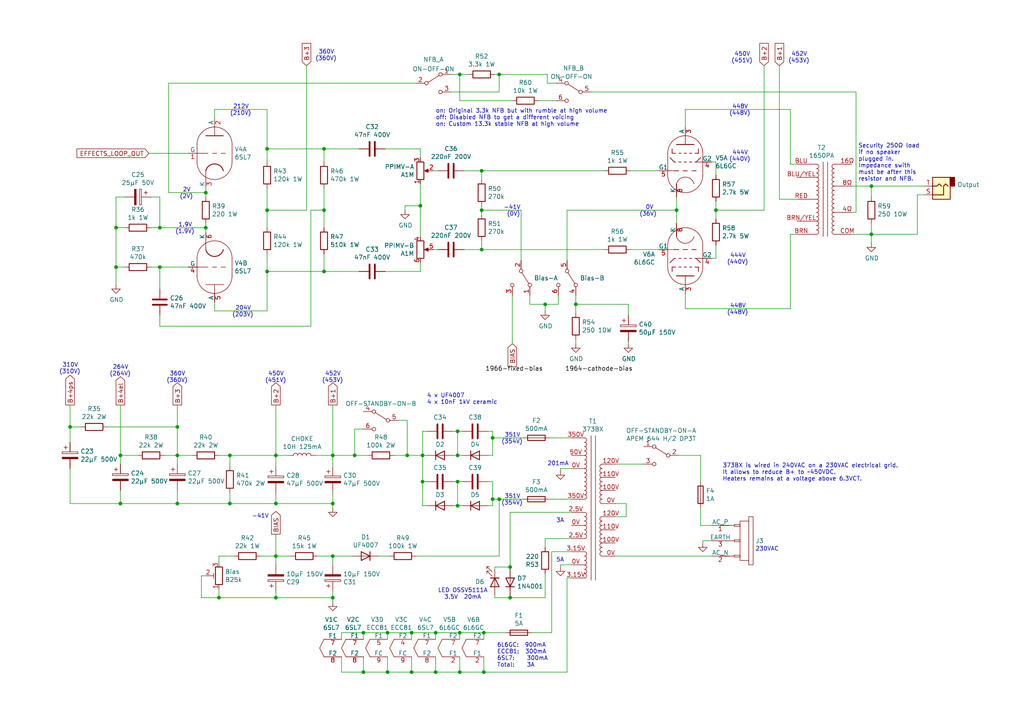
<source format=kicad_sch>
(kicad_sch (version 20211123) (generator eeschema)
  (paper "A4")
  (title_block (title "Ampeg Heritage B-15 Custom") (date "2021-10-23") (rev "2.2") (company "https://github.com/mdouchement/Ampeg-HB15") (comment 1 "All resistors are 1/2W unless otherwise specified.") (comment 2 "Ampeg Heritage B15 with custom mods."))
  (lib_symbols
    (symbol "Audio_Transformer:1650PA" (pin_names hide)
      (property "Reference" "T" (at 0 13.97 0))
      (property "Value" "Audio_Transformer_1650PA" (at 0 -13.97 0))
      (symbol "1650PA_1_1"
        (pin passive line (at 7.62 10.16 180) (length 2.54) (name "WHT") (number "16Ω"))
        (pin passive line (at 7.62 -3.81 180) (length 2.54) (name "GRN") (number "4Ω"))
        (pin passive line (at 7.62 3.81 180) (length 2.54) (name "YEL") (number "8Ω"))
        (pin passive line (at -8.255 10.16 0) (length 2.54) (name "PLATE") (number "BLU"))
        (pin passive line (at -8.255 6.35 0) (length 2.54) (name "SCREEN") (number "BLU/YEL"))
        (pin passive line (at -8.255 -10.16 0) (length 2.54) (name "PLATE") (number "BRN"))
        (pin passive line (at -8.255 -6.35 0) (length 2.54) (name "SCREEN") (number "BRN/YEL"))
        (pin passive line (at 7.62 -10.16 180) (length 2.54) (name "BLK") (number "COM"))
        (pin passive line (at -8.255 0 0) (length 2.54) (name "~") (number "RED"))
      )
    )
    (symbol "Audio_Transformer:373BX" (pin_names hide)
      (property "Reference" "T" (at 0 13.97 0))
      (property "Value" "Audio_Transformer_373BX" (at 0 -33.02 0))
      (symbol "373BX_1_1"
        (pin passive line (at -6.35 -8.89 0) (length 2.54) (name "BRN") (number "0V"))
        (pin passive line (at 6.35 -26.67 180) (length 2.54) (name "GRN/YEL") (number "0V"))
        (pin passive line (at 6.35 1.27 180) (length 2.54) (name "RED/YEL") (number "0V"))
        (pin passive line (at -6.35 -24.13 0) (length 2.54) (name "WHT") (number "0V"))
        (pin passive line (at 6.35 -15.24 180) (length 2.54) (name "YEL/BLK") (number "0V"))
        (pin passive line (at -6.35 -5.08 0) (length 2.54) (name "BRN/YEL") (number "100V"))
        (pin passive line (at -6.35 -20.32 0) (length 2.54) (name "WHT/BLK") (number "100V"))
        (pin passive line (at -6.35 -16.51 0) (length 2.54) (name "BLK/RED") (number "110V"))
        (pin passive line (at -6.35 -1.27 0) (length 2.54) (name "BLU/YEL") (number "110V"))
        (pin passive line (at -6.35 -12.7 0) (length 2.54) (name "BLK") (number "120V"))
        (pin passive line (at -6.35 2.54 0) (length 2.54) (name "BLU") (number "120V"))
        (pin passive line (at 6.35 -19.05 180) (length 2.54) (name "YEL") (number "2.5V"))
        (pin passive line (at 6.35 -11.43 180) (length 2.54) (name "YEL") (number "2.5V"))
        (pin passive line (at 6.35 -30.48 180) (length 2.54) (name "GRN") (number "3.15V"))
        (pin passive line (at 6.35 -22.86 180) (length 2.54) (name "GRN") (number "3.15V"))
        (pin passive line (at 6.35 -7.62 180) (length 2.54) (name "RED") (number "350V"))
        (pin passive line (at 6.35 10.16 180) (length 2.54) (name "RED") (number "350V"))
        (pin passive line (at 6.35 5.08 180) (length 2.54) (name "VIO") (number "50V"))
      )
    )
    (symbol "Connector:AudioJack2"
      (property "Reference" "J" (at 0 8.89 0))
      (property "Value" "AudioJack2" (at 0 6.35 0))
      (symbol "AudioJack2_1_1"
        (pin passive line (at 5.08 2.54 180) (length 2.54) (name "~") (number "S"))
        (pin passive line (at 5.08 0 180) (length 2.54) (name "~") (number "T"))
      )
    )
    (symbol "Device:C" (pin_numbers hide) (pin_names (offset 0.254))
      (property "Reference" "C" (at 0.635 2.54 0))
      (property "Value" "C" (at 0.635 -2.54 0))
      (symbol "C_1_1"
        (pin passive line (at 0 3.81 270) (length 2.794) (name "~") (number "1"))
        (pin passive line (at 0 -3.81 90) (length 2.794) (name "~") (number "2"))
      )
    )
    (symbol "Device:CP" (pin_numbers hide) (pin_names (offset 0.254))
      (property "Reference" "C" (at 0.635 2.54 0))
      (property "Value" "Device_CP" (at 0.635 -2.54 0))
      (symbol "CP_1_1"
        (pin passive line (at 0 3.81 270) (length 2.794) (name "~") (number "1"))
        (pin passive line (at 0 -3.81 90) (length 2.794) (name "~") (number "2"))
      )
    )
    (symbol "Device:Fuse" (pin_numbers hide) (pin_names (offset 0))
      (property "Reference" "F" (at 2.032 0 90))
      (property "Value" "Fuse" (at -1.905 0 90))
      (symbol "Fuse_1_1"
        (pin passive line (at 0 3.81 270) (length 1.27) (name "~") (number "1"))
        (pin passive line (at 0 -3.81 90) (length 1.27) (name "~") (number "2"))
      )
    )
    (symbol "Device:L" (pin_numbers hide) (pin_names (offset 1.016) hide)
      (property "Reference" "L" (at -1.27 0 90))
      (property "Value" "L" (at 1.905 0 90))
      (symbol "L_1_1"
        (pin passive line (at 0 3.81 270) (length 1.27) (name "1") (number "1"))
        (pin passive line (at 0 -3.81 90) (length 1.27) (name "2") (number "2"))
      )
    )
    (symbol "Device:LED" (pin_numbers hide) (pin_names (offset 1.016) hide)
      (property "Reference" "D" (at 0 2.54 0))
      (property "Value" "LED" (at 0 -2.54 0))
      (symbol "LED_1_1"
        (pin passive line (at -3.81 0 0) (length 2.54) (name "K") (number "1"))
        (pin passive line (at 3.81 0 180) (length 2.54) (name "A") (number "2"))
      )
    )
    (symbol "Device:R" (pin_numbers hide) (pin_names (offset 0))
      (property "Reference" "R" (at 2.032 0 90))
      (property "Value" "R" (at 0 0 90))
      (symbol "R_1_1"
        (pin passive line (at 0 3.81 270) (length 1.27) (name "~") (number "1"))
        (pin passive line (at 0 -3.81 90) (length 1.27) (name "~") (number "2"))
      )
    )
    (symbol "Device:R_POT_Dual_Separate" (pin_names (offset 1.016) hide)
      (property "Reference" "RV" (at -4.445 0 90))
      (property "Value" "Device_R_POT_Dual_Separate" (at -2.54 0 90))
      (symbol "R_POT_Dual_Separate_1_1"
        (pin passive line (at 0 3.81 270) (length 1.27) (name "1") (number "1"))
        (pin passive line (at 3.81 0 180) (length 1.27) (name "2") (number "2"))
        (pin passive line (at 0 -3.81 90) (length 1.27) (name "3") (number "3"))
      )
      (symbol "R_POT_Dual_Separate_2_1"
        (pin passive line (at 0 3.81 270) (length 1.27) (name "4") (number "4"))
        (pin passive line (at 3.81 0 180) (length 1.27) (name "5") (number "5"))
        (pin passive line (at 0 -3.81 90) (length 1.27) (name "6") (number "6"))
      )
    )
    (symbol "Device:R_POT_TRIM" (pin_names (offset 1.016) hide)
      (property "Reference" "RV" (at -4.445 0 90))
      (property "Value" "Device_R_POT_TRIM" (at -2.54 0 90))
      (symbol "R_POT_TRIM_1_1"
        (pin passive line (at 0 3.81 270) (length 1.27) (name "1") (number "1"))
        (pin passive line (at 3.81 0 180) (length 1.27) (name "2") (number "2"))
        (pin passive line (at 0 -3.81 90) (length 1.27) (name "3") (number "3"))
      )
    )
    (symbol "Diode:1N4007" (pin_numbers hide) (pin_names (offset 1.016) hide)
      (property "Reference" "D" (at 0 2.54 0))
      (property "Value" "1N4007" (at 0 -2.54 0))
      (symbol "1N4007_1_1"
        (pin passive line (at -3.81 0 0) (length 2.54) (name "K") (number "1"))
        (pin passive line (at 3.81 0 180) (length 2.54) (name "A") (number "2"))
      )
    )
    (symbol "Socket:Conn_IEC-320-C13_Socket" (pin_names (offset 0))
      (property "Reference" "J" (at 6.985 10.795 0))
      (property "Value" "Socket_Conn_IEC-320-C13_Socket" (at 11.43 3.175 90))
      (symbol "Conn_IEC-320-C13_Socket_1_1"
        (pin power_in line (at -3.175 6.985 0) (length 5.08) (name "AC_P") (number "1"))
        (pin power_in line (at -3.175 -1.905 0) (length 5.08) (name "AC_N") (number "2"))
        (pin power_in line (at -3.175 2.54 0) (length 5.08) (name "EARTH") (number "3"))
      )
    )
    (symbol "Switch:SW_DPDT_x2" (pin_names (offset 0) hide)
      (property "Reference" "SW" (at 0 4.318 0))
      (property "Value" "SW_DPDT_x2" (at 0 -5.08 0))
      (symbol "SW_DPDT_x2_1_1"
        (pin passive line (at 5.08 2.54 180) (length 2.54) (name "A") (number "1"))
        (pin passive line (at -5.08 0 0) (length 2.54) (name "B") (number "2"))
        (pin passive line (at 5.08 -2.54 180) (length 2.54) (name "C") (number "3"))
      )
      (symbol "SW_DPDT_x2_2_1"
        (pin passive line (at 5.08 2.54 180) (length 2.54) (name "A") (number "4"))
        (pin passive line (at -5.08 0 0) (length 2.54) (name "B") (number "5"))
        (pin passive line (at 5.08 -2.54 180) (length 2.54) (name "C") (number "6"))
      )
    )
    (symbol "Vacuum_Tube:6L6GC" (pin_names (offset 0))
      (property "Reference" "U" (at 6.35 -3.81 0))
      (property "Value" "Vacuum_Tube_6L6GC" (at 6.35 -7.62 0))
      (symbol "6L6GC_1_1"
        (pin output line (at 0 11.43 270) (length 2.54) (name "A") (number "3"))
        (pin input line (at 7.62 1.27 180) (length 2.54) (name "G2") (number "4"))
        (pin input line (at -7.62 -1.27 0) (length 2.54) (name "G1") (number "5"))
        (pin power_in line (at -2.54 -8.89 90) (length 3.81) (name "K") (number "8"))
      )
      (symbol "6L6GC_2_1"
        (pin power_in line (at -2.54 -5.08 90) (length 3.81) (name "F1") (number "2"))
        (pin power_in line (at 2.54 -5.08 90) (length 3.81) (name "F2") (number "7"))
      )
    )
    (symbol "Vacuum_Tube:6SL7" (pin_names (offset 0))
      (property "Reference" "U" (at 5.588 2.032 0))
      (property "Value" "Vacuum_Tube_6SL7" (at 6.35 -1.27 0))
      (symbol "6SL7_1_1"
        (pin input line (at -7.62 0 0) (length 2.54) (name "G") (number "1"))
        (pin output line (at 0 10.16 270) (length 2.54) (name "A") (number "2"))
        (pin bidirectional line (at -2.54 -10.16 90) (length 2.54) (name "K") (number "3"))
      )
      (symbol "6SL7_2_1"
        (pin input line (at -7.62 0 0) (length 2.54) (name "G") (number "4"))
        (pin output line (at 0 10.16 270) (length 2.54) (name "A") (number "5"))
        (pin bidirectional line (at -2.54 -10.16 90) (length 2.54) (name "K") (number "6"))
      )
      (symbol "6SL7_3_1"
        (pin power_in line (at -2.54 -5.08 90) (length 5.08) (name "F1") (number "7"))
        (pin power_in line (at 2.54 -5.08 90) (length 5.08) (name "F2") (number "8"))
      )
    )
    (symbol "Vacuum_Tube:ECC81" (pin_names (offset 0))
      (property "Reference" "U" (at 5.588 2.032 0))
      (property "Value" "Vacuum_Tube_ECC81" (at 6.35 -1.27 0))
      (symbol "ECC81_1_1"
        (pin output line (at 0 10.16 270) (length 2.54) (name "A") (number "6"))
        (pin input line (at -7.62 0 0) (length 2.54) (name "G") (number "7"))
        (pin bidirectional line (at -2.54 -10.16 90) (length 2.54) (name "K") (number "8"))
      )
      (symbol "ECC81_2_1"
        (pin output line (at 0 10.16 270) (length 2.54) (name "A") (number "1"))
        (pin input line (at -7.62 0 0) (length 2.54) (name "G") (number "2"))
        (pin bidirectional line (at -2.54 -10.16 90) (length 2.54) (name "K") (number "3"))
      )
      (symbol "ECC81_3_1"
        (pin power_in line (at -2.54 -5.08 90) (length 5.08) (name "F2") (number "4"))
        (pin power_in line (at 2.54 -5.08 90) (length 5.08) (name "FC") (number "9"))
      )
      (symbol "ECC81_4_1"
        (pin power_in line (at -2.54 -5.08 90) (length 5.08) (name "F1") (number "5"))
        (pin power_in line (at 2.54 -5.08 90) (length 5.08) (name "FC") (number "9"))
      )
    )
    (symbol "power:GND" (power) (pin_names (offset 0))
      (property "Value" "GND" (at 0 -3.81 0))
      (symbol "GND_1_1"
        (pin power_in line (at 0 0 270) (length 0) hide (name "GND") (number "1"))
      )
    )
  )
  (junction (at 252.73 53.975))
  (junction (at 33.655 77.47))
  (junction (at 77.47 60.96))
  (junction (at 119.38 194.945))
  (junction (at 158.115 88.265))
  (junction (at 252.73 67.945))
  (junction (at 122.555 139.7))
  (junction (at 102.87 132.08))
  (junction (at 196.215 60.96))
  (junction (at 46.355 77.47))
  (junction (at 132.715 125.095))
  (junction (at 33.655 66.04))
  (junction (at 96.52 161.29))
  (junction (at 112.395 183.515))
  (junction (at 93.98 60.96))
  (junction (at 34.925 146.05))
  (junction (at 142.875 144.78))
  (junction (at 147.955 173.355))
  (junction (at 140.335 194.945))
  (junction (at 59.69 66.04))
  (junction (at 132.715 139.7))
  (junction (at 126.365 183.515))
  (junction (at 51.435 132.08))
  (junction (at 51.435 123.825))
  (junction (at 80.01 146.05))
  (junction (at 167.005 88.265))
  (junction (at 144.78 144.78))
  (junction (at 132.715 146.685))
  (junction (at 105.41 183.515))
  (junction (at 66.675 146.05))
  (junction (at 20.32 123.825))
  (junction (at 133.35 194.945))
  (junction (at 77.47 43.18))
  (junction (at 105.41 194.945))
  (junction (at 80.01 132.08))
  (junction (at 34.925 132.08))
  (junction (at 122.555 132.08))
  (junction (at 63.5 173.355))
  (junction (at 140.335 183.515))
  (junction (at 119.38 183.515))
  (junction (at 93.98 43.18))
  (junction (at 59.69 55.88))
  (junction (at 96.52 173.355))
  (junction (at 80.01 173.355))
  (junction (at 133.35 21.59))
  (junction (at 139.7 60.96))
  (junction (at 207.645 60.96))
  (junction (at 142.875 127))
  (junction (at 96.52 132.08))
  (junction (at 77.47 78.74))
  (junction (at 80.01 161.29))
  (junction (at 93.98 78.74))
  (junction (at 132.715 132.08))
  (junction (at 139.7 72.39))
  (junction (at 112.395 194.945))
  (junction (at 147.955 164.465))
  (junction (at 126.365 194.945))
  (junction (at 51.435 146.05))
  (junction (at 133.35 183.515))
  (junction (at 46.355 66.04))
  (junction (at 96.52 146.05))
  (junction (at 139.7 49.53))
  (junction (at 144.78 21.59))
  (junction (at 118.11 132.08))
  (junction (at 66.675 132.08))
  (junction (at 121.92 59.69))
  (wire (pts (xy 252.73 70.485) (xy 252.73 67.945)))
  (wire (pts (xy 33.655 82.55) (xy 33.655 77.47)))
  (wire (pts (xy 51.435 132.08) (xy 51.435 134.62)))
  (wire (pts (xy 80.01 142.875) (xy 80.01 146.05)))
  (wire (pts (xy 80.01 132.08) (xy 83.82 132.08)))
  (wire (pts (xy 96.52 173.355) (xy 96.52 171.45)))
  (wire (pts (xy 203.2 132.08) (xy 203.2 139.7)))
  (wire (pts (xy 93.98 54.61) (xy 93.98 60.96)))
  (wire (pts (xy 206.375 74.93) (xy 207.645 74.93)))
  (wire (pts (xy 96.52 142.875) (xy 96.52 146.05)))
  (wire (pts (xy 96.52 173.355) (xy 96.52 174.625)))
  (wire (pts (xy 88.9 60.96) (xy 88.9 19.05)))
  (wire (pts (xy 143.51 173.355) (xy 147.955 173.355)))
  (wire (pts (xy 63.5 132.08) (xy 66.675 132.08)))
  (wire (pts (xy 143.51 172.72) (xy 143.51 173.355)))
  (wire (pts (xy 164.465 75.565) (xy 164.465 60.96)))
  (wire (pts (xy 143.51 21.59) (xy 144.78 21.59)))
  (wire (pts (xy 196.215 57.15) (xy 196.215 60.96)))
  (wire (pts (xy 99.06 194.945) (xy 99.06 190.5)))
  (wire (pts (xy 229.235 67.945) (xy 229.235 89.535)))
  (wire (pts (xy 93.98 43.18) (xy 104.14 43.18)))
  (wire (pts (xy 46.355 77.47) (xy 43.815 77.47)))
  (wire (pts (xy 34.925 142.24) (xy 34.925 146.05)))
  (wire (pts (xy 80.01 171.45) (xy 80.01 173.355)))
  (wire (pts (xy 93.98 60.96) (xy 93.98 66.04)))
  (wire (pts (xy 140.335 194.945) (xy 164.465 194.945)))
  (wire (pts (xy 96.52 132.08) (xy 102.87 132.08)))
  (wire (pts (xy 142.875 144.78) (xy 144.78 144.78)))
  (wire (pts (xy 148.59 29.21) (xy 133.35 29.21)))
  (wire (pts (xy 144.78 144.78) (xy 151.765 144.78)))
  (wire (pts (xy 252.73 67.945) (xy 247.015 67.945)))
  (wire (pts (xy 133.35 29.21) (xy 133.35 21.59)))
  (wire (pts (xy 154.305 183.515) (xy 160.02 183.515)))
  (wire (pts (xy 147.955 148.59) (xy 165.735 148.59)))
  (wire (pts (xy 133.35 185.42) (xy 133.35 183.515)))
  (wire (pts (xy 178.435 134.62) (xy 186.69 134.62)))
  (wire (pts (xy 59.69 54.61) (xy 59.69 55.88)))
  (wire (pts (xy 125.73 49.53) (xy 127 49.53)))
  (wire (pts (xy 62.23 31.75) (xy 62.23 34.29)))
  (wire (pts (xy 121.92 43.18) (xy 121.92 45.72)))
  (wire (pts (xy 99.06 183.515) (xy 99.06 185.42)))
  (wire (pts (xy 48.895 24.13) (xy 48.895 55.88)))
  (wire (pts (xy 93.98 46.99) (xy 93.98 43.18)))
  (wire (pts (xy 142.875 125.095) (xy 142.875 127)))
  (wire (pts (xy 33.655 57.15) (xy 33.655 66.04)))
  (wire (pts (xy 63.5 173.355) (xy 80.01 173.355)))
  (wire (pts (xy 161.925 88.265) (xy 161.925 85.725)))
  (wire (pts (xy 162.56 136.525) (xy 162.56 135.89)))
  (wire (pts (xy 148.59 85.725) (xy 148.59 99.695)))
  (wire (pts (xy 34.925 132.08) (xy 34.925 117.475)))
  (wire (pts (xy 266.065 56.515) (xy 266.065 67.945)))
  (wire (pts (xy 221.615 60.96) (xy 221.615 19.05)))
  (wire (pts (xy 63.5 173.355) (xy 58.42 173.355)))
  (wire (pts (xy 139.7 59.69) (xy 139.7 60.96)))
  (wire (pts (xy 133.35 183.515) (xy 126.365 183.515)))
  (wire (pts (xy 67.945 161.29) (xy 63.5 161.29)))
  (wire (pts (xy 77.47 78.74) (xy 93.98 78.74)))
  (wire (pts (xy 123.825 146.685) (xy 122.555 146.685)))
  (wire (pts (xy 165.735 160.02) (xy 160.02 160.02)))
  (wire (pts (xy 151.13 60.96) (xy 139.7 60.96)))
  (wire (pts (xy 122.555 125.095) (xy 123.825 125.095)))
  (wire (pts (xy 142.875 146.685) (xy 142.875 144.78)))
  (wire (pts (xy 51.435 123.825) (xy 51.435 132.08)))
  (wire (pts (xy 132.715 146.685) (xy 132.715 139.7)))
  (wire (pts (xy 84.455 161.29) (xy 80.01 161.29)))
  (wire (pts (xy 142.875 146.685) (xy 141.605 146.685)))
  (wire (pts (xy 113.03 161.29) (xy 109.855 161.29)))
  (wire (pts (xy 46.355 83.82) (xy 46.355 77.47)))
  (wire (pts (xy 196.85 132.08) (xy 203.2 132.08)))
  (wire (pts (xy 121.92 76.2) (xy 121.92 78.74)))
  (wire (pts (xy 142.875 132.08) (xy 141.605 132.08)))
  (wire (pts (xy 93.98 78.74) (xy 104.14 78.74)))
  (wire (pts (xy 147.955 164.465) (xy 147.955 165.1)))
  (wire (pts (xy 77.47 73.66) (xy 77.47 78.74)))
  (wire (pts (xy 118.11 132.08) (xy 122.555 132.08)))
  (wire (pts (xy 178.435 161.29) (xy 206.375 161.29)))
  (wire (pts (xy 139.7 49.53) (xy 134.62 49.53)))
  (wire (pts (xy 46.355 94.615) (xy 46.355 91.44)))
  (wire (pts (xy 119.38 194.945) (xy 112.395 194.945)))
  (wire (pts (xy 182.245 99.695) (xy 182.245 99.06)))
  (wire (pts (xy 159.385 127) (xy 165.735 127)))
  (wire (pts (xy 147.955 148.59) (xy 147.955 164.465)))
  (wire (pts (xy 59.69 55.88) (xy 59.69 57.15)))
  (wire (pts (xy 207.645 50.8) (xy 207.645 46.99)))
  (wire (pts (xy 126.365 183.515) (xy 119.38 183.515)))
  (wire (pts (xy 140.335 183.515) (xy 146.685 183.515)))
  (wire (pts (xy 198.755 85.09) (xy 198.755 89.535)))
  (wire (pts (xy 140.335 194.945) (xy 133.35 194.945)))
  (wire (pts (xy 207.645 60.96) (xy 221.615 60.96)))
  (wire (pts (xy 119.38 194.945) (xy 119.38 190.5)))
  (wire (pts (xy 252.73 53.975) (xy 247.015 53.975)))
  (wire (pts (xy 139.7 69.85) (xy 139.7 72.39)))
  (wire (pts (xy 20.32 123.825) (xy 23.495 123.825)))
  (wire (pts (xy 144.78 21.59) (xy 144.78 26.67)))
  (wire (pts (xy 31.115 123.825) (xy 51.435 123.825)))
  (wire (pts (xy 46.355 66.04) (xy 59.69 66.04)))
  (wire (pts (xy 153.67 85.725) (xy 153.67 88.265)))
  (wire (pts (xy 105.41 183.515) (xy 99.06 183.515)))
  (wire (pts (xy 34.925 132.08) (xy 40.005 132.08)))
  (wire (pts (xy 131.445 146.685) (xy 132.715 146.685)))
  (wire (pts (xy 48.895 55.88) (xy 59.69 55.88)))
  (wire (pts (xy 80.01 161.29) (xy 75.565 161.29)))
  (wire (pts (xy 162.56 163.83) (xy 165.735 163.83)))
  (wire (pts (xy 58.42 173.355) (xy 58.42 167.005)))
  (wire (pts (xy 36.195 66.04) (xy 33.655 66.04)))
  (wire (pts (xy 203.835 156.845) (xy 203.835 157.48)))
  (wire (pts (xy 77.47 46.99) (xy 77.47 43.18)))
  (wire (pts (xy 143.51 164.465) (xy 147.955 164.465)))
  (wire (pts (xy 20.32 146.05) (xy 34.925 146.05)))
  (wire (pts (xy 51.435 132.08) (xy 55.88 132.08)))
  (wire (pts (xy 122.555 132.08) (xy 122.555 125.095)))
  (wire (pts (xy 33.655 66.04) (xy 33.655 77.47)))
  (wire (pts (xy 43.18 44.45) (xy 54.61 44.45)))
  (wire (pts (xy 229.235 31.75) (xy 198.755 31.75)))
  (wire (pts (xy 226.06 57.785) (xy 231.14 57.785)))
  (wire (pts (xy 125.73 72.39) (xy 127 72.39)))
  (wire (pts (xy 80.01 132.08) (xy 80.01 135.255)))
  (wire (pts (xy 196.215 60.96) (xy 196.215 64.77)))
  (wire (pts (xy 231.14 47.625) (xy 229.235 47.625)))
  (wire (pts (xy 267.97 56.515) (xy 266.065 56.515)))
  (wire (pts (xy 160.02 160.02) (xy 160.02 183.515)))
  (wire (pts (xy 51.435 142.24) (xy 51.435 146.05)))
  (wire (pts (xy 158.115 156.21) (xy 165.735 156.21)))
  (wire (pts (xy 59.69 66.04) (xy 59.69 67.31)))
  (wire (pts (xy 120.65 24.13) (xy 48.895 24.13)))
  (wire (pts (xy 181.61 149.86) (xy 181.61 146.05)))
  (wire (pts (xy 80.01 161.29) (xy 80.01 154.94)))
  (wire (pts (xy 96.52 132.08) (xy 96.52 117.475)))
  (wire (pts (xy 131.445 132.08) (xy 132.715 132.08)))
  (wire (pts (xy 206.375 156.845) (xy 203.835 156.845)))
  (wire (pts (xy 112.395 194.945) (xy 112.395 190.5)))
  (wire (pts (xy 167.005 88.265) (xy 167.005 85.725)))
  (wire (pts (xy 122.555 139.7) (xy 122.555 132.08)))
  (wire (pts (xy 133.35 194.945) (xy 133.35 190.5)))
  (wire (pts (xy 47.625 132.08) (xy 51.435 132.08)))
  (wire (pts (xy 112.395 183.515) (xy 119.38 183.515)))
  (wire (pts (xy 167.005 88.265) (xy 167.005 90.805)))
  (wire (pts (xy 142.875 127) (xy 142.875 132.08)))
  (wire (pts (xy 66.675 142.875) (xy 66.675 146.05)))
  (wire (pts (xy 90.17 94.615) (xy 46.355 94.615)))
  (wire (pts (xy 102.87 132.08) (xy 106.68 132.08)))
  (wire (pts (xy 90.17 60.96) (xy 90.17 94.615)))
  (wire (pts (xy 167.005 99.695) (xy 167.005 98.425)))
  (wire (pts (xy 139.7 52.07) (xy 139.7 49.53)))
  (wire (pts (xy 158.115 173.355) (xy 158.115 166.37)))
  (wire (pts (xy 133.35 194.945) (xy 126.365 194.945)))
  (wire (pts (xy 252.73 64.77) (xy 252.73 67.945)))
  (wire (pts (xy 158.115 158.75) (xy 158.115 156.21)))
  (wire (pts (xy 164.465 194.945) (xy 164.465 167.64)))
  (wire (pts (xy 140.335 194.945) (xy 140.335 190.5)))
  (wire (pts (xy 159.385 144.78) (xy 165.735 144.78)))
  (wire (pts (xy 117.475 60.96) (xy 117.475 59.69)))
  (wire (pts (xy 20.32 123.825) (xy 20.32 128.27)))
  (wire (pts (xy 133.985 125.095) (xy 132.715 125.095)))
  (wire (pts (xy 126.365 185.42) (xy 126.365 183.515)))
  (wire (pts (xy 121.92 53.34) (xy 121.92 59.69)))
  (wire (pts (xy 158.75 21.59) (xy 144.78 21.59)))
  (wire (pts (xy 36.195 57.15) (xy 33.655 57.15)))
  (wire (pts (xy 164.465 60.96) (xy 196.215 60.96)))
  (wire (pts (xy 58.42 167.005) (xy 59.69 167.005)))
  (wire (pts (xy 77.47 31.75) (xy 62.23 31.75)))
  (wire (pts (xy 203.2 147.32) (xy 203.2 152.4)))
  (wire (pts (xy 96.52 163.83) (xy 96.52 161.29)))
  (wire (pts (xy 144.78 26.67) (xy 130.81 26.67)))
  (wire (pts (xy 51.435 146.05) (xy 66.675 146.05)))
  (wire (pts (xy 267.97 53.975) (xy 252.73 53.975)))
  (wire (pts (xy 91.44 132.08) (xy 96.52 132.08)))
  (wire (pts (xy 178.435 149.86) (xy 181.61 149.86)))
  (wire (pts (xy 80.01 163.83) (xy 80.01 161.29)))
  (wire (pts (xy 139.7 60.96) (xy 139.7 62.23)))
  (wire (pts (xy 20.32 123.825) (xy 20.32 117.475)))
  (wire (pts (xy 162.56 164.465) (xy 162.56 163.83)))
  (wire (pts (xy 182.245 88.265) (xy 182.245 91.44)))
  (wire (pts (xy 77.47 78.74) (xy 77.47 90.17)))
  (wire (pts (xy 96.52 161.29) (xy 102.235 161.29)))
  (wire (pts (xy 182.88 49.53) (xy 191.135 49.53)))
  (wire (pts (xy 111.76 43.18) (xy 121.92 43.18)))
  (wire (pts (xy 252.73 57.15) (xy 252.73 53.975)))
  (wire (pts (xy 226.06 19.05) (xy 226.06 57.785)))
  (wire (pts (xy 46.355 66.04) (xy 43.815 66.04)))
  (wire (pts (xy 115.57 121.92) (xy 118.11 121.92)))
  (wire (pts (xy 126.365 194.945) (xy 119.38 194.945)))
  (wire (pts (xy 130.81 21.59) (xy 133.35 21.59)))
  (wire (pts (xy 77.47 90.17) (xy 62.23 90.17)))
  (wire (pts (xy 46.355 57.15) (xy 46.355 66.04)))
  (wire (pts (xy 158.115 88.265) (xy 161.925 88.265)))
  (wire (pts (xy 182.88 72.39) (xy 191.135 72.39)))
  (wire (pts (xy 266.065 67.945) (xy 252.73 67.945)))
  (wire (pts (xy 20.32 135.89) (xy 20.32 146.05)))
  (wire (pts (xy 96.52 132.08) (xy 96.52 135.255)))
  (wire (pts (xy 122.555 139.7) (xy 123.825 139.7)))
  (wire (pts (xy 151.765 127) (xy 142.875 127)))
  (wire (pts (xy 105.41 194.945) (xy 99.06 194.945)))
  (wire (pts (xy 207.645 63.5) (xy 207.645 60.96)))
  (wire (pts (xy 139.7 49.53) (xy 175.26 49.53)))
  (wire (pts (xy 122.555 146.685) (xy 122.555 139.7)))
  (wire (pts (xy 144.78 161.29) (xy 144.78 144.78)))
  (wire (pts (xy 121.92 59.69) (xy 121.92 68.58)))
  (wire (pts (xy 102.87 124.46) (xy 102.87 132.08)))
  (wire (pts (xy 132.715 139.7) (xy 131.445 139.7)))
  (wire (pts (xy 93.98 78.74) (xy 93.98 73.66)))
  (wire (pts (xy 121.92 78.74) (xy 111.76 78.74)))
  (wire (pts (xy 229.235 89.535) (xy 198.755 89.535)))
  (wire (pts (xy 112.395 194.945) (xy 105.41 194.945)))
  (wire (pts (xy 153.67 88.265) (xy 158.115 88.265)))
  (wire (pts (xy 139.7 72.39) (xy 134.62 72.39)))
  (wire (pts (xy 207.645 74.93) (xy 207.645 71.12)))
  (wire (pts (xy 147.955 173.355) (xy 147.955 172.72)))
  (wire (pts (xy 80.01 146.05) (xy 96.52 146.05)))
  (wire (pts (xy 132.715 132.08) (xy 132.715 125.095)))
  (wire (pts (xy 120.65 161.29) (xy 144.78 161.29)))
  (wire (pts (xy 62.23 90.17) (xy 62.23 87.63)))
  (wire (pts (xy 63.5 170.815) (xy 63.5 173.355)))
  (wire (pts (xy 34.925 146.05) (xy 51.435 146.05)))
  (wire (pts (xy 156.21 29.21) (xy 161.29 29.21)))
  (wire (pts (xy 142.875 144.78) (xy 142.875 139.7)))
  (wire (pts (xy 117.475 59.69) (xy 121.92 59.69)))
  (wire (pts (xy 231.14 67.945) (xy 229.235 67.945)))
  (wire (pts (xy 248.285 61.595) (xy 248.285 26.67)))
  (wire (pts (xy 66.675 132.08) (xy 80.01 132.08)))
  (wire (pts (xy 203.2 152.4) (xy 206.375 152.4)))
  (wire (pts (xy 132.715 146.685) (xy 133.985 146.685)))
  (wire (pts (xy 158.75 24.13) (xy 158.75 21.59)))
  (wire (pts (xy 141.605 139.7) (xy 142.875 139.7)))
  (wire (pts (xy 247.015 61.595) (xy 248.285 61.595)))
  (wire (pts (xy 80.01 173.355) (xy 96.52 173.355)))
  (wire (pts (xy 105.41 194.945) (xy 105.41 190.5)))
  (wire (pts (xy 105.41 124.46) (xy 102.87 124.46)))
  (wire (pts (xy 112.395 183.515) (xy 105.41 183.515)))
  (wire (pts (xy 133.35 21.59) (xy 135.89 21.59)))
  (wire (pts (xy 162.56 135.89) (xy 165.735 135.89)))
  (wire (pts (xy 126.365 194.945) (xy 126.365 190.5)))
  (wire (pts (xy 93.98 60.96) (xy 90.17 60.96)))
  (wire (pts (xy 59.69 64.77) (xy 59.69 66.04)))
  (wire (pts (xy 141.605 125.095) (xy 142.875 125.095)))
  (wire (pts (xy 43.815 57.15) (xy 46.355 57.15)))
  (wire (pts (xy 132.715 132.08) (xy 133.985 132.08)))
  (wire (pts (xy 77.47 60.96) (xy 77.47 66.04)))
  (wire (pts (xy 105.41 183.515) (xy 105.41 185.42)))
  (wire (pts (xy 51.435 117.475) (xy 51.435 123.825)))
  (wire (pts (xy 167.005 88.265) (xy 182.245 88.265)))
  (wire (pts (xy 133.985 139.7) (xy 132.715 139.7)))
  (wire (pts (xy 118.11 121.92) (xy 118.11 132.08)))
  (wire (pts (xy 66.675 146.05) (xy 80.01 146.05)))
  (wire (pts (xy 77.47 60.96) (xy 88.9 60.96)))
  (wire (pts (xy 66.675 135.255) (xy 66.675 132.08)))
  (wire (pts (xy 147.955 173.355) (xy 158.115 173.355)))
  (wire (pts (xy 207.645 46.99) (xy 206.375 46.99)))
  (wire (pts (xy 165.735 167.64) (xy 164.465 167.64)))
  (wire (pts (xy 112.395 185.42) (xy 112.395 183.515)))
  (wire (pts (xy 123.825 132.08) (xy 122.555 132.08)))
  (wire (pts (xy 80.01 132.08) (xy 80.01 117.475)))
  (wire (pts (xy 46.355 77.47) (xy 54.61 77.47)))
  (wire (pts (xy 181.61 146.05) (xy 178.435 146.05)))
  (wire (pts (xy 198.755 31.75) (xy 198.755 36.83)))
  (wire (pts (xy 140.335 183.515) (xy 133.35 183.515)))
  (wire (pts (xy 161.29 24.13) (xy 158.75 24.13)))
  (wire (pts (xy 229.235 47.625) (xy 229.235 31.75)))
  (wire (pts (xy 151.13 75.565) (xy 151.13 60.96)))
  (wire (pts (xy 132.715 125.095) (xy 131.445 125.095)))
  (wire (pts (xy 63.5 161.29) (xy 63.5 163.195)))
  (wire (pts (xy 207.645 60.96) (xy 207.645 58.42)))
  (wire (pts (xy 77.47 43.18) (xy 77.47 31.75)))
  (wire (pts (xy 96.52 146.05) (xy 96.52 147.32)))
  (wire (pts (xy 139.7 72.39) (xy 175.26 72.39)))
  (wire (pts (xy 34.925 132.08) (xy 34.925 134.62)))
  (wire (pts (xy 93.98 43.18) (xy 77.47 43.18)))
  (wire (pts (xy 143.51 164.465) (xy 143.51 165.1)))
  (wire (pts (xy 119.38 185.42) (xy 119.38 183.515)))
  (wire (pts (xy 158.115 90.17) (xy 158.115 88.265)))
  (wire (pts (xy 92.075 161.29) (xy 96.52 161.29)))
  (wire (pts (xy 171.45 26.67) (xy 248.285 26.67)))
  (wire (pts (xy 33.655 77.47) (xy 36.195 77.47)))
  (wire (pts (xy 114.3 132.08) (xy 118.11 132.08)))
  (wire (pts (xy 140.335 185.42) (xy 140.335 183.515)))
  (wire (pts (xy 77.47 54.61) (xy 77.47 60.96)))
  (text " 360V\n(360V)" (at 91.44 17.78 0) (effects (font (size 1.1938 1.1938)) (justify left bottom)))
  (text " 450V\n(451V)" (at 212.09 18.415 0) (effects (font (size 1.1938 1.1938)) (justify left bottom)))
  (text " 1.9V\n(1.9V)" (at 50.8 67.945 0) (effects (font (size 1.1938 1.1938)) (justify left bottom)))
  (text " 444V\n(440V)" (at 211.455 46.99 0) (effects (font (size 1.1938 1.1938)) (justify left bottom)))
  (text " 204V\n(203V)" (at 67.31 92.075 0) (effects (font (size 1.1938 1.1938)) (justify left bottom)))
  (text "230VAC" (at 219.075 160.02 0) (effects (font (size 1.1938 1.1938)) (justify left bottom)))
  (text "LED OSSV5111A\n  3.5V  20mA" (at 127 173.99 0) (effects (font (size 1.1938 1.1938)) (justify left bottom)))
  (text "5A" (at 161.29 163.195 0) (effects (font (size 1.1938 1.1938)) (justify left bottom)))
  (text " 360V\n(360V)" (at 48.26 111.125 0) (effects (font (size 1.1938 1.1938)) (justify left bottom)))
  (text " 2V\n(2V)" (at 52.07 57.785 0) (effects (font (size 1.1938 1.1938)) (justify left bottom)))
  (text " 448V\n(448V)" (at 211.455 33.655 0) (effects (font (size 1.1938 1.1938)) (justify left bottom)))
  (text " 448V\n(448V)" (at 210.82 91.44 0) (effects (font (size 1.1938 1.1938)) (justify left bottom)))
  (text " 212V\n(210V)" (at 66.675 33.655 0) (effects (font (size 1.1938 1.1938)) (justify left bottom)))
  (text "373BX is wired in 240VAC on a 230VAC electrical grid.\nIt allows to reduce B+ to ~450VDC.\nHeaters remains at a voltage above 6.3VCT." (at 209.55 139.7 0) (effects (font (size 1.1938 1.1938)) (justify left bottom)))
  (text " 264V\n(264V)" (at 31.75 109.22 0) (effects (font (size 1.1938 1.1938)) (justify left bottom)))
  (text "-41V\n (0V)" (at 146.05 62.865 0) (effects (font (size 1.1938 1.1938)) (justify left bottom)))
  (text "  0V\n(36V)" (at 185.42 62.865 0) (effects (font (size 1.1938 1.1938)) (justify left bottom)))
  (text " 351V\n(354V)" (at 145.415 146.685 0) (effects (font (size 1.1938 1.1938)) (justify left bottom)))
  (text "on: Original 3.3k NFB but with rumble at high volume\noff: Disabled NFB to get a different voicing\non: Custom 13.3k stable NFB at high volume" (at 126.365 36.83 0) (effects (font (size 1.1938 1.1938)) (justify left bottom)))
  (text "-41V" (at 73.025 150.495 0) (effects (font (size 1.1938 1.1938)) (justify left bottom)))
  (text "3A" (at 161.29 151.765 0) (effects (font (size 1.1938 1.1938)) (justify left bottom)))
  (text "4 x UF4007\n4 x 10nF 1kV ceramic" (at 123.825 117.475 0) (effects (font (size 1.1938 1.1938)) (justify left bottom)))
  (text "Security 250Ω load\nif no speaker\nplugged in.\nImpedance swith\nmust be after this\nresistor and NFB." (at 248.92 52.705 0) (effects (font (size 1.1938 1.1938)) (justify left bottom)))
  (text " 351V\n(354V)" (at 145.415 128.905 0) (effects (font (size 1.1938 1.1938)) (justify left bottom)))
  (text " 452V\n(453V)" (at 228.6 18.415 0) (effects (font (size 1.1938 1.1938)) (justify left bottom)))
  (text " 452V\n(453V)" (at 93.345 111.125 0) (effects (font (size 1.1938 1.1938)) (justify left bottom)))
  (text "6L6GC:  900mA\nECC81:  300mA\n6SL7:    300mA\nTotal:    3A" (at 144.145 193.675 0) (effects (font (size 1.1938 1.1938)) (justify left bottom)))
  (text " 444V\n(440V)" (at 210.82 76.835 0) (effects (font (size 1.1938 1.1938)) (justify left bottom)))
  (text "201mA" (at 158.75 135.255 0) (effects (font (size 1.1938 1.1938)) (justify left bottom)))
  (text " 450V\n(451V)" (at 76.835 111.125 0) (effects (font (size 1.1938 1.1938)) (justify left bottom)))
  (text " 310V\n(310V)" (at 17.145 108.585 0) (effects (font (size 1.1938 1.1938)) (justify left bottom)))
  (label "1964-cathode-bias" (at 183.515 107.95 180))
  (label "1966-fixed-bias" (at 157.48 107.95 180))
  (global_label "BIAS" (shape input) (at 148.59 99.695 270) (property "Intersheet References" "${INTERSHEET_REFS}" (effects hide)))
  (global_label "B+2" (shape input) (at 221.615 19.05 90) (property "Intersheet References" "${INTERSHEET_REFS}" (effects hide)))
  (global_label "B+3" (shape input) (at 88.9 19.05 90) (property "Intersheet References" "${INTERSHEET_REFS}" (effects hide)))
  (global_label "EFFECTS_LOOP_OUT" (shape input) (at 43.18 44.45 180) (property "Intersheet References" "${INTERSHEET_REFS}" (effects hide)))
  (global_label "BIAS" (shape output) (at 80.01 154.94 90) (property "Intersheet References" "${INTERSHEET_REFS}" (effects hide)))
  (global_label "B+2" (shape output) (at 80.01 117.475 90) (property "Intersheet References" "${INTERSHEET_REFS}" (effects hide)))
  (global_label "B+1" (shape output) (at 96.52 117.475 90) (property "Intersheet References" "${INTERSHEET_REFS}" (effects hide)))
  (global_label "B+3" (shape output) (at 51.435 117.475 90) (property "Intersheet References" "${INTERSHEET_REFS}" (effects hide)))
  (global_label "B+4ps" (shape output) (at 20.32 117.475 90) (property "Intersheet References" "${INTERSHEET_REFS}" (effects hide)))
  (global_label "B+4el" (shape output) (at 34.925 117.475 90) (property "Intersheet References" "${INTERSHEET_REFS}" (effects hide)))
  (global_label "B+1" (shape input) (at 226.06 19.05 90) (property "Intersheet References" "${INTERSHEET_REFS}" (effects hide)))
  (symbol (lib_id "Device:R") (at 40.005 77.47 270) (unit 1)
    (property "Reference" "R37" (at 40.005 72.2122 90))
    (property "Value" "470k" (at 40.005 74.5236 90))
  )
  (symbol (lib_id "Device:R") (at 77.47 50.8 0) (unit 1)
    (property "Reference" "R43" (at 79.248 49.6316 0) (effects (justify left)))
    (property "Value" "120k 1W" (at 79.248 51.943 0) (effects (justify left)))
  )
  (symbol (lib_id "Device:R") (at 77.47 69.85 0) (unit 1)
    (property "Reference" "R44" (at 79.248 68.6816 0) (effects (justify left)))
    (property "Value" "120k 1W" (at 79.248 70.993 0) (effects (justify left)))
  )
  (symbol (lib_id "Device:R") (at 93.98 50.8 0) (unit 1)
    (property "Reference" "R46" (at 95.758 49.6316 0) (effects (justify left)))
    (property "Value" "470k 1W" (at 95.758 51.943 0) (effects (justify left)))
  )
  (symbol (lib_id "Device:R") (at 93.98 69.85 0) (unit 1)
    (property "Reference" "R47" (at 95.758 68.6816 0) (effects (justify left)))
    (property "Value" "510k 1W" (at 95.758 70.993 0) (effects (justify left)))
  )
  (symbol (lib_id "Vacuum_Tube:6L6GC") (at 198.755 48.26 0) (unit 1)
    (property "Reference" "V5" (at 207.4926 45.8216 0) (effects (justify left)))
    (property "Value" "6L6GC" (at 207.4926 48.133 0) (effects (justify left)))
    (property "Footprint" "Valve:Valve_Octal" (effects hide))
    (property "Datasheet" "https://www.jj-electronic.com/en/6l6gc-7027-a" (effects hide))
  )
  (symbol (lib_id "Device:C") (at 46.355 87.63 0) (unit 1)
    (property "Reference" "C26" (at 49.276 86.4616 0) (effects (justify left)))
    (property "Value" "47nF 400V" (at 49.276 88.773 0) (effects (justify left)))
  )
  (symbol (lib_id "Vacuum_Tube:6L6GC") (at 198.755 73.66 0) (mirror x) (unit 1)
    (property "Reference" "V6" (at 190.0174 73.7616 0) (effects (justify right)))
    (property "Value" "6L6GC" (at 190.0174 76.073 0) (effects (justify right)))
    (property "Footprint" "Valve:Valve_Octal" (effects hide))
    (property "Datasheet" "https://www.jj-electronic.com/en/6l6gc-7027-a" (effects hide))
  )
  (symbol (lib_id "Device:R") (at 40.005 66.04 270) (unit 1)
    (property "Reference" "R36" (at 40.005 60.7822 90))
    (property "Value" "1k 1W" (at 40.005 63.0936 90))
  )
  (symbol (lib_id "Device:CP") (at 40.005 57.15 270) (unit 1)
    (property "Reference" "C25" (at 40.005 50.673 90))
    (property "Value" "25µF 50V" (at 40.005 52.9844 90))
  )
  (symbol (lib_id "Vacuum_Tube:6SL7") (at 62.23 44.45 0) (unit 1)
    (property "Reference" "V4" (at 68.0212 43.2816 0) (effects (justify left)))
    (property "Value" "6SL7" (at 68.0212 45.593 0) (effects (justify left)))
    (property "Footprint" "Valve:Valve_Octal" (effects hide))
    (property "Datasheet" "https://www.jj-electronic.com/en/6sl7" (effects hide))
  )
  (symbol (lib_id "power:GND") (at 33.655 82.55 0) (unit 1)
    (property "Reference" "#PWR028" (effects hide))
    (property "Value" "GND" (at 33.782 86.9442 0))
  )
  (symbol (lib_id "Device:C") (at 107.95 43.18 270) (unit 1)
    (property "Reference" "C32" (at 107.95 36.7792 90))
    (property "Value" "47nF 400V" (at 107.95 39.0906 90))
  )
  (symbol (lib_id "Vacuum_Tube:6SL7") (at 62.23 77.47 0) (mirror x) (unit 2)
    (property "Reference" "V4" (at 68.0212 76.3016 0) (effects (justify left)))
    (property "Value" "6SL7" (at 68.0212 78.613 0) (effects (justify left)))
    (property "Footprint" "Valve:Valve_Octal" (effects hide))
    (property "Datasheet" "https://www.jj-electronic.com/en/6sl7" (effects hide))
  )
  (symbol (lib_id "Device:C") (at 107.95 78.74 270) (unit 1)
    (property "Reference" "C33" (at 107.95 72.3392 90))
    (property "Value" "47nF 400V" (at 107.95 74.6506 90))
  )
  (symbol (lib_id "Device:R") (at 207.645 54.61 0) (unit 1)
    (property "Reference" "R57" (at 209.423 53.4416 0) (effects (justify left)))
    (property "Value" "2.7k 5W" (at 209.423 55.753 0) (effects (justify left)))
    (property "Datasheet" "25J2K7E" (effects hide))
  )
  (symbol (lib_id "Device:R") (at 207.645 67.31 0) (unit 1)
    (property "Reference" "R58" (at 209.423 66.1416 0) (effects (justify left)))
    (property "Value" "2.7k 5W" (at 209.423 68.453 0) (effects (justify left)))
    (property "Datasheet" "25J2K7E" (effects hide))
  )
  (symbol (lib_id "Device:R_POT_Dual_Separate") (at 121.92 49.53 0) (mirror x) (unit 1)
    (property "Reference" "PPIMV-" (at 120.1674 48.3616 0) (effects (justify right)))
    (property "Value" "A1M" (at 120.1674 50.673 0) (effects (justify right)))
  )
  (symbol (lib_id "Device:R_POT_Dual_Separate") (at 121.92 72.39 0) (unit 2)
    (property "Reference" "PPIMV-" (at 120.142 71.2216 0) (effects (justify right)))
    (property "Value" "A1M" (at 120.142 73.533 0) (effects (justify right)))
  )
  (symbol (lib_id "power:GND") (at 117.475 60.96 0) (unit 1)
    (property "Reference" "#PWR031" (effects hide))
    (property "Value" "GND" (at 117.602 65.3542 0))
  )
  (symbol (lib_id "Connector:AudioJack2") (at 273.05 53.975 180) (unit 1)
    (property "Reference" "Output" (at 277.622 53.5432 0) (effects (justify right)))
    (property "Value" "AudioJack2" (effects hide))
  )
  (symbol (lib_id "Socket:Conn_IEC-320-C13_Socket") (at 209.55 159.385 0) (unit 1)
    (property "Reference" "J3" (at 219.1258 156.845 0) (effects (justify left)))
    (property "Value" "Conn_IEC-320-C13_Socket" (effects hide))
  )
  (symbol (lib_id "Device:Fuse") (at 203.2 143.51 0) (unit 1)
    (property "Reference" "F4" (at 204.724 142.3416 0) (effects (justify left)))
    (property "Value" "1A" (at 204.724 144.653 0) (effects (justify left)))
  )
  (symbol (lib_id "Device:R") (at 139.7 21.59 270) (unit 1)
    (property "Reference" "R52" (at 139.7 16.3322 90))
    (property "Value" "3.3k 1W" (at 139.7 18.6436 90))
  )
  (symbol (lib_id "Device:R") (at 252.73 60.96 0) (unit 1)
    (property "Reference" "R59" (at 254.508 59.7916 0) (effects (justify left)))
    (property "Value" "250 10W" (at 254.508 62.103 0) (effects (justify left)))
    (property "Datasheet" "20J250E" (effects hide))
  )
  (symbol (lib_id "Device:R") (at 59.69 60.96 0) (unit 1)
    (property "Reference" "R39" (at 61.468 59.7916 0) (effects (justify left)))
    (property "Value" "220 1W" (at 61.468 62.103 0) (effects (justify left)))
  )
  (symbol (lib_id "power:GND") (at 203.835 157.48 0) (unit 1)
    (property "Reference" "#PWR037" (effects hide))
    (property "Value" "GND" (effects hide))
  )
  (symbol (lib_id "Device:C") (at 130.81 49.53 270) (unit 1)
    (property "Reference" "C36" (at 130.81 43.1292 90))
    (property "Value" "220nF 200V" (at 130.81 45.4406 90))
  )
  (symbol (lib_id "power:GND") (at 162.56 164.465 0) (unit 1)
    (property "Reference" "#PWR034" (effects hide))
    (property "Value" "GND" (effects hide))
  )
  (symbol (lib_id "Device:C") (at 130.81 72.39 270) (unit 1)
    (property "Reference" "C37" (at 130.81 65.9892 90))
    (property "Value" "220nF 200V" (at 130.81 68.3006 90))
  )
  (symbol (lib_id "power:GND") (at 162.56 136.525 0) (unit 1)
    (property "Reference" "#PWR033" (effects hide))
    (property "Value" "GND" (effects hide))
  )
  (symbol (lib_id "Device:R") (at 139.7 55.88 0) (unit 1)
    (property "Reference" "R50" (at 141.478 54.7116 0) (effects (justify left)))
    (property "Value" "270k" (at 141.478 57.023 0) (effects (justify left)))
  )
  (symbol (lib_id "Device:R") (at 139.7 66.04 0) (unit 1)
    (property "Reference" "R51" (at 141.478 64.8716 0) (effects (justify left)))
    (property "Value" "270k" (at 141.478 67.183 0) (effects (justify left)))
  )
  (symbol (lib_id "Vacuum_Tube:6L6GC") (at 135.255 187.96 90) (unit 2)
    (property "Reference" "V6" (at 137.3632 179.705 90))
    (property "Value" "6L6GC" (at 137.3632 182.0164 90))
    (property "Footprint" "Valve:Valve_Octal" (effects hide))
    (property "Datasheet" "https://www.jj-electronic.com/en/6l6gc-7027-a" (effects hide))
  )
  (symbol (lib_id "Device:R") (at 179.07 49.53 270) (unit 1)
    (property "Reference" "R55" (at 179.07 44.2722 90))
    (property "Value" "1k 1W" (at 179.07 46.5836 90))
  )
  (symbol (lib_id "Device:R") (at 179.07 72.39 270) (unit 1)
    (property "Reference" "R56" (at 179.07 67.1322 90))
    (property "Value" "1k 1W" (at 179.07 69.4436 90))
  )
  (symbol (lib_id "Vacuum_Tube:6L6GC") (at 128.27 187.96 90) (unit 2)
    (property "Reference" "V5" (at 130.3782 179.705 90))
    (property "Value" "6L6GC" (at 130.3782 182.0164 90))
    (property "Footprint" "Valve:Valve_Octal" (effects hide))
    (property "Datasheet" "https://www.jj-electronic.com/en/6l6gc-7027-a" (effects hide))
  )
  (symbol (lib_id "Vacuum_Tube:6SL7") (at 121.285 187.96 90) (mirror x) (unit 3)
    (property "Reference" "V4" (at 123.3932 179.705 90))
    (property "Value" "6SL7" (at 123.3932 182.0164 90))
    (property "Footprint" "Valve:Valve_Octal" (effects hide))
    (property "Datasheet" "https://www.jj-electronic.com/en/6sl7" (effects hide))
  )
  (symbol (lib_id "Vacuum_Tube:6SL7") (at 100.33 187.96 90) (mirror x) (unit 3)
    (property "Reference" "V2" (at 102.4382 179.705 90))
    (property "Value" "6SL7" (at 102.4382 182.0164 90))
    (property "Footprint" "Valve:Valve_Octal" (effects hide))
    (property "Datasheet" "https://www.jj-electronic.com/en/6sl7" (effects hide))
  )
  (symbol (lib_id "Vacuum_Tube:6SL7") (at 93.98 187.96 90) (mirror x) (unit 3)
    (property "Reference" "V1" (at 96.0882 179.705 90))
    (property "Value" "6SL7" (at 96.0882 182.0164 90))
    (property "Footprint" "Valve:Valve_Octal" (effects hide))
    (property "Datasheet" "https://www.jj-electronic.com/en/6sl7" (effects hide))
  )
  (symbol (lib_id "Vacuum_Tube:ECC81") (at 114.3 187.96 90) (mirror x) (unit 3)
    (property "Reference" "V3" (at 116.4082 179.705 90))
    (property "Value" "ECC81" (at 116.4082 182.0164 90))
    (property "Footprint" "Valve:Valve_Noval_P" (effects hide))
    (property "Datasheet" "https://www.jj-electronic.com/en/ecc81-12at7" (effects hide))
  )
  (symbol (lib_id "Audio_Transformer:373BX") (at 172.085 137.16 0) (mirror y) (unit 1)
    (property "Reference" "T1" (at 171.958 122.174 0))
    (property "Value" "373BX" (at 171.958 124.4854 0))
    (property "Datasheet" "https://www.hammfg.com/fr/part/373bx" (effects hide))
  )
  (symbol (lib_id "Vacuum_Tube:ECC81") (at 107.315 187.96 90) (mirror x) (unit 4)
    (property "Reference" "V3" (at 109.4232 179.705 90))
    (property "Value" "ECC81" (at 109.4232 182.0164 90))
    (property "Footprint" "Valve:Valve_Noval_P" (effects hide))
    (property "Datasheet" "https://www.jj-electronic.com/en/ecc81-12at7" (effects hide))
  )
  (symbol (lib_id "Device:CP") (at 96.52 139.065 0) (unit 1)
    (property "Reference" "C30" (at 99.5172 137.8966 0) (effects (justify left)))
    (property "Value" "47µF 500V" (at 99.5172 140.208 0) (effects (justify left)))
    (property "Datasheet" "F&T" (effects hide))
  )
  (symbol (lib_id "power:GND") (at 96.52 147.32 0) (unit 1)
    (property "Reference" "#PWR029" (effects hide))
    (property "Value" "GND" (effects hide))
  )
  (symbol (lib_id "Device:L") (at 87.63 132.08 90) (unit 1)
    (property "Reference" "CHOKE" (at 87.63 127.254 90))
    (property "Value" "10H 125mA" (at 87.63 129.5654 90))
    (property "Datasheet" "TT-CK10 Choke" (effects hide))
  )
  (symbol (lib_id "Device:CP") (at 80.01 139.065 0) (unit 1)
    (property "Reference" "C28" (at 83.0072 137.8966 0) (effects (justify left)))
    (property "Value" "47µF 500V" (at 83.0072 140.208 0) (effects (justify left)))
    (property "Datasheet" "F&T" (effects hide))
  )
  (symbol (lib_id "power:GND") (at 252.73 70.485 0) (unit 1)
    (property "Reference" "#PWR038" (effects hide))
    (property "Value" "GND" (at 252.857 74.8792 0))
  )
  (symbol (lib_id "Device:R") (at 66.675 139.065 0) (unit 1)
    (property "Reference" "R41" (at 68.453 137.8966 0) (effects (justify left)))
    (property "Value" "470k 2W" (at 68.453 140.208 0) (effects (justify left)))
  )
  (symbol (lib_id "Diode:1N4007") (at 137.795 132.08 0) (unit 1)
    (property "Reference" "D4" (at 137.795 128.905 0))
    (property "Value" "UF4007" (effects hide))
    (property "Footprint" "Diode_THT:D_DO-41_SOD81_P10.16mm_Horizontal" (effects hide))
    (property "Datasheet" "http://www.vishay.com/docs/88503/1n4001.pdf" (effects hide))
  )
  (symbol (lib_id "Device:R") (at 59.69 132.08 270) (unit 1)
    (property "Reference" "R40" (at 59.69 126.8222 90))
    (property "Value" "22k 2W" (at 59.69 129.1336 90))
  )
  (symbol (lib_id "Device:CP") (at 51.435 138.43 0) (unit 1)
    (property "Reference" "C27" (at 54.4322 137.2616 0) (effects (justify left)))
    (property "Value" "22µF 500V" (at 54.4322 139.573 0) (effects (justify left)))
    (property "Datasheet" "F&T" (effects hide))
  )
  (symbol (lib_id "Diode:1N4007") (at 127.635 132.08 0) (unit 1)
    (property "Reference" "D2" (at 127.635 128.905 0))
    (property "Value" "UF4007" (effects hide))
    (property "Footprint" "Diode_THT:D_DO-41_SOD81_P10.16mm_Horizontal" (effects hide))
    (property "Datasheet" "http://www.vishay.com/docs/88503/1n4001.pdf" (effects hide))
  )
  (symbol (lib_id "Audio_Transformer:1650PA") (at 239.395 57.785 0) (unit 1)
    (property "Reference" "T2" (at 238.3028 42.799 0))
    (property "Value" "1650PA" (at 238.3028 45.1104 0))
    (property "Datasheet" "https://www.hammfg.com/fr/part/1650pa" (effects hide))
  )
  (symbol (lib_id "Device:C") (at 137.795 125.095 270) (unit 1)
    (property "Reference" "C38" (at 137.795 121.031 90))
    (property "Value" "10nF 1kV" (effects hide))
  )
  (symbol (lib_id "Device:C") (at 127.635 125.095 270) (unit 1)
    (property "Reference" "C34" (at 127.635 121.031 90))
    (property "Value" "10nF 1kV" (effects hide))
  )
  (symbol (lib_id "Device:R") (at 43.815 132.08 270) (unit 1)
    (property "Reference" "R38" (at 43.815 126.8222 90))
    (property "Value" "22k 2W" (at 43.815 129.1336 90))
  )
  (symbol (lib_id "Device:CP") (at 34.925 138.43 0) (unit 1)
    (property "Reference" "C24" (at 37.9222 137.2616 0) (effects (justify left)))
    (property "Value" "22µF 500V" (at 37.9222 139.573 0) (effects (justify left)))
    (property "Datasheet" "F&T" (effects hide))
  )
  (symbol (lib_id "Device:R") (at 27.305 123.825 270) (unit 1)
    (property "Reference" "R35" (at 27.305 118.5672 90))
    (property "Value" "22k 2W" (at 27.305 120.8786 90))
  )
  (symbol (lib_id "Device:CP") (at 20.32 132.08 0) (unit 1)
    (property "Reference" "C23" (at 23.3172 130.9116 0) (effects (justify left)))
    (property "Value" "22µF 500V" (at 23.3172 133.223 0) (effects (justify left)))
    (property "Datasheet" "F&T" (effects hide))
  )
  (symbol (lib_id "Diode:1N4007") (at 137.795 146.685 0) (unit 1)
    (property "Reference" "D5" (at 137.795 143.51 0))
    (property "Value" "UF4007" (effects hide))
    (property "Footprint" "Diode_THT:D_DO-41_SOD81_P10.16mm_Horizontal" (effects hide))
    (property "Datasheet" "http://www.vishay.com/docs/88503/1n4001.pdf" (effects hide))
  )
  (symbol (lib_id "Diode:1N4007") (at 127.635 146.685 0) (unit 1)
    (property "Reference" "D3" (at 127.635 143.51 0))
    (property "Value" "UF4007" (effects hide))
    (property "Footprint" "Diode_THT:D_DO-41_SOD81_P10.16mm_Horizontal" (effects hide))
    (property "Datasheet" "http://www.vishay.com/docs/88503/1n4001.pdf" (effects hide))
  )
  (symbol (lib_id "Device:C") (at 137.795 139.7 270) (unit 1)
    (property "Reference" "C39" (at 137.795 135.636 90))
    (property "Value" "10nF 1kV" (effects hide))
  )
  (symbol (lib_id "Device:C") (at 127.635 139.7 270) (unit 1)
    (property "Reference" "C35" (at 127.635 135.636 90))
    (property "Value" "10nF 1kV" (effects hide))
  )
  (symbol (lib_id "Switch:SW_DPDT_x2") (at 164.465 80.645 270) (unit 2)
    (property "Reference" "Bias-" (at 168.2242 80.645 90) (effects (justify left)))
    (property "Value" "1964/1966" (effects hide))
  )
  (symbol (lib_id "Device:R") (at 116.84 161.29 270) (unit 1)
    (property "Reference" "R49" (at 116.84 156.0322 90))
    (property "Value" "100k 1W" (at 116.84 158.3436 90))
  )
  (symbol (lib_id "Diode:1N4007") (at 106.045 161.29 0) (mirror y) (unit 1)
    (property "Reference" "D1" (at 106.045 155.7782 0))
    (property "Value" "UF4007" (at 106.045 158.0896 0))
    (property "Footprint" "Diode_THT:D_DO-41_SOD81_P10.16mm_Horizontal" (effects hide))
    (property "Datasheet" "http://www.vishay.com/docs/88503/1n4001.pdf" (effects hide))
  )
  (symbol (lib_id "Device:CP") (at 96.52 167.64 0) (mirror x) (unit 1)
    (property "Reference" "C31" (at 99.5172 168.8084 0) (effects (justify left)))
    (property "Value" "10µF 150V" (at 99.5172 166.497 0) (effects (justify left)))
    (property "Datasheet" "TVA1406" (effects hide))
  )
  (symbol (lib_id "Switch:SW_DPDT_x2") (at 151.13 80.645 270) (unit 1)
    (property "Reference" "Bias-" (at 154.8892 80.645 90) (effects (justify left)))
    (property "Value" "1964/1966" (effects hide))
  )
  (symbol (lib_id "Device:R") (at 167.005 94.615 0) (unit 1)
    (property "Reference" "R54" (at 168.783 93.4466 0) (effects (justify left)))
    (property "Value" "250 10W" (at 168.783 95.758 0) (effects (justify left)))
  )
  (symbol (lib_id "Device:CP") (at 182.245 95.25 0) (unit 1)
    (property "Reference" "C40" (at 185.2422 94.0816 0) (effects (justify left)))
    (property "Value" "50µF 150V" (at 185.2422 96.393 0) (effects (justify left)))
    (property "Datasheet" "TVA1414" (effects hide))
  )
  (symbol (lib_id "power:GND") (at 182.245 99.695 0) (unit 1)
    (property "Reference" "#PWR036" (effects hide))
    (property "Value" "GND" (at 182.372 104.0892 0))
  )
  (symbol (lib_id "Device:CP") (at 80.01 167.64 0) (mirror x) (unit 1)
    (property "Reference" "C29" (at 83.0072 168.8084 0) (effects (justify left)))
    (property "Value" "10µF 150V" (at 83.0072 166.497 0) (effects (justify left)))
    (property "Datasheet" "TVA1406" (effects hide))
  )
  (symbol (lib_id "Device:R") (at 88.265 161.29 270) (unit 1)
    (property "Reference" "R45" (at 88.265 156.0322 90))
    (property "Value" "15k 1W" (at 88.265 158.3436 90))
  )
  (symbol (lib_id "power:GND") (at 167.005 99.695 0) (unit 1)
    (property "Reference" "#PWR035" (effects hide))
    (property "Value" "GND" (at 167.132 104.0892 0))
  )
  (symbol (lib_id "Device:R") (at 71.755 161.29 270) (unit 1)
    (property "Reference" "R42" (at 71.755 156.0322 90))
    (property "Value" "22k 1W" (at 71.755 158.3436 90))
  )
  (symbol (lib_id "Device:R_POT_TRIM") (at 63.5 167.005 180) (unit 1)
    (property "Reference" "Bias" (at 65.278 165.8366 0) (effects (justify right)))
    (property "Value" "B25k" (at 65.278 168.148 0) (effects (justify right)))
  )
  (symbol (lib_id "power:GND") (at 158.115 90.17 0) (unit 1)
    (property "Reference" "#PWR032" (effects hide))
    (property "Value" "GND" (at 158.242 94.5642 0))
  )
  (symbol (lib_id "power:GND") (at 96.52 174.625 0) (unit 1)
    (property "Reference" "#PWR030" (effects hide))
    (property "Value" "GND" (effects hide))
  )
  (symbol (lib_id "Device:Fuse") (at 155.575 127 270) (unit 1)
    (property "Reference" "F2" (at 155.575 121.9962 90))
    (property "Value" "500mA" (at 155.575 124.3076 90))
  )
  (symbol (lib_id "Device:Fuse") (at 155.575 144.78 270) (unit 1)
    (property "Reference" "F3" (at 155.575 139.7762 90))
    (property "Value" "500mA" (at 155.575 142.0876 90))
  )
  (symbol (lib_id "Device:R") (at 110.49 132.08 270) (unit 1)
    (property "Reference" "R48" (at 110.49 126.8222 90))
    (property "Value" "100k 2W" (at 110.49 129.1336 90))
  )
  (symbol (lib_id "Switch:SW_DPDT_x2") (at 191.77 132.08 0) (mirror y) (unit 1)
    (property "Reference" "OFF-STANDBY-ON-" (at 191.77 124.8918 0))
    (property "Value" "APEM 644 H/2 DP3T" (at 191.77 127.2032 0))
  )
  (symbol (lib_id "Switch:SW_DPDT_x2") (at 110.49 121.92 0) (mirror y) (unit 2)
    (property "Reference" "OFF-STANDBY-ON-" (at 110.49 117.0686 0))
    (property "Value" "APEM 644 H/2 DP3T" (effects hide))
  )
  (symbol (lib_id "Device:LED") (at 143.51 168.91 270) (unit 1)
    (property "Reference" "D6" (at 140.5128 168.7322 90) (effects (justify right)))
    (property "Value" "LED" (effects hide))
    (property "Datasheet" "https://shop.strato.com/WebRoot/StoreES2/Shops/62070367/MediaGallery/Datasheets/LED_5_UV_WCLEAR.pdf" (effects hide))
  )
  (symbol (lib_id "Device:R") (at 158.115 162.56 180) (unit 1)
    (property "Reference" "R53" (at 156.337 163.7284 0) (effects (justify left)))
    (property "Value" "220" (at 156.337 161.417 0) (effects (justify left)))
  )
  (symbol (lib_id "Diode:1N4007") (at 147.955 168.91 270) (mirror x) (unit 1)
    (property "Reference" "D7" (at 149.987 167.7416 90) (effects (justify left)))
    (property "Value" "1N4001" (at 149.987 170.053 90) (effects (justify left)))
    (property "Footprint" "Diode_THT:D_DO-41_SOD81_P10.16mm_Horizontal" (effects hide))
    (property "Datasheet" "http://www.vishay.com/docs/88503/1n4001.pdf" (effects hide))
  )
  (symbol (lib_id "Device:Fuse") (at 150.495 183.515 270) (unit 1)
    (property "Reference" "F1" (at 150.495 178.5112 90))
    (property "Value" "5A" (at 150.495 180.8226 90))
  )
  (symbol (lib_id "Device:R") (at 152.4 29.21 270) (unit 1)
    (property "Reference" "R60" (at 152.4 23.9522 90))
    (property "Value" "10k 1W" (at 152.4 26.2636 90))
  )
  (symbol (lib_id "Switch:SW_DPDT_x2") (at 166.37 26.67 0) (mirror y) (unit 2)
    (property "Reference" "NFB_" (at 166.37 19.7825 0))
    (property "Value" "ON-OFF-ON" (at 165.735 22.225 0))
  )
  (symbol (lib_id "Switch:SW_DPDT_x2") (at 125.73 24.13 0) (unit 1)
    (property "Reference" "NFB_" (at 125.73 17.2425 0))
    (property "Value" "ON-OFF-ON" (at 125.73 20.0176 0))
  )
)
</source>
